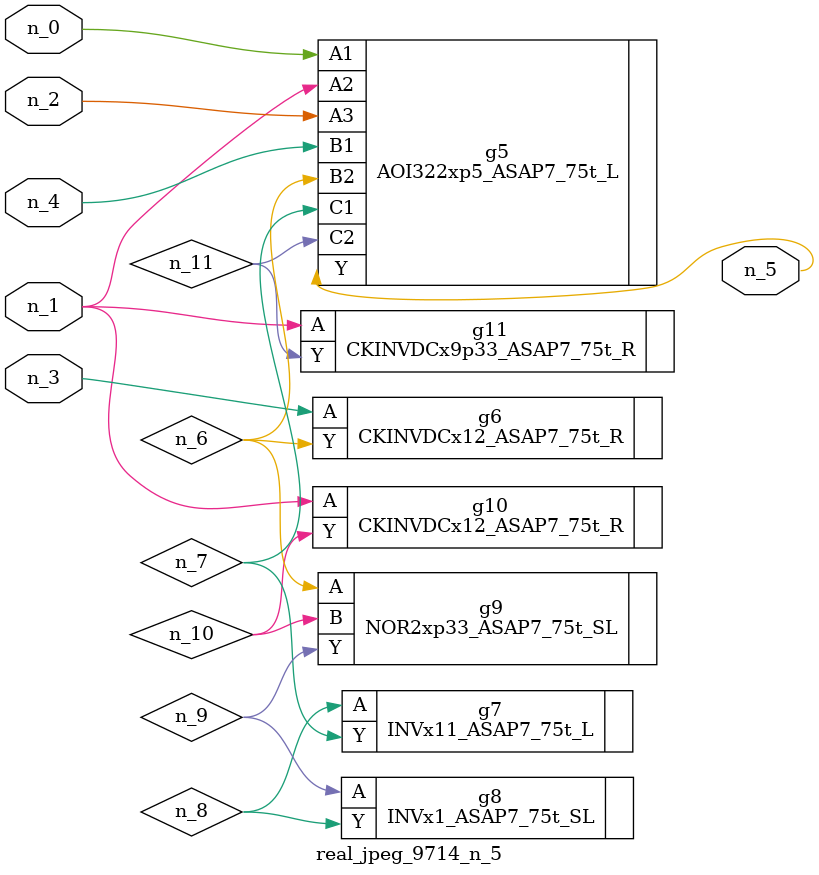
<source format=v>
module real_jpeg_9714_n_5 (n_4, n_0, n_1, n_2, n_3, n_5);

input n_4;
input n_0;
input n_1;
input n_2;
input n_3;

output n_5;

wire n_8;
wire n_11;
wire n_6;
wire n_7;
wire n_10;
wire n_9;

AOI322xp5_ASAP7_75t_L g5 ( 
.A1(n_0),
.A2(n_1),
.A3(n_2),
.B1(n_4),
.B2(n_6),
.C1(n_7),
.C2(n_11),
.Y(n_5)
);

CKINVDCx12_ASAP7_75t_R g10 ( 
.A(n_1),
.Y(n_10)
);

CKINVDCx9p33_ASAP7_75t_R g11 ( 
.A(n_1),
.Y(n_11)
);

CKINVDCx12_ASAP7_75t_R g6 ( 
.A(n_3),
.Y(n_6)
);

NOR2xp33_ASAP7_75t_SL g9 ( 
.A(n_6),
.B(n_10),
.Y(n_9)
);

INVx11_ASAP7_75t_L g7 ( 
.A(n_8),
.Y(n_7)
);

INVx1_ASAP7_75t_SL g8 ( 
.A(n_9),
.Y(n_8)
);


endmodule
</source>
